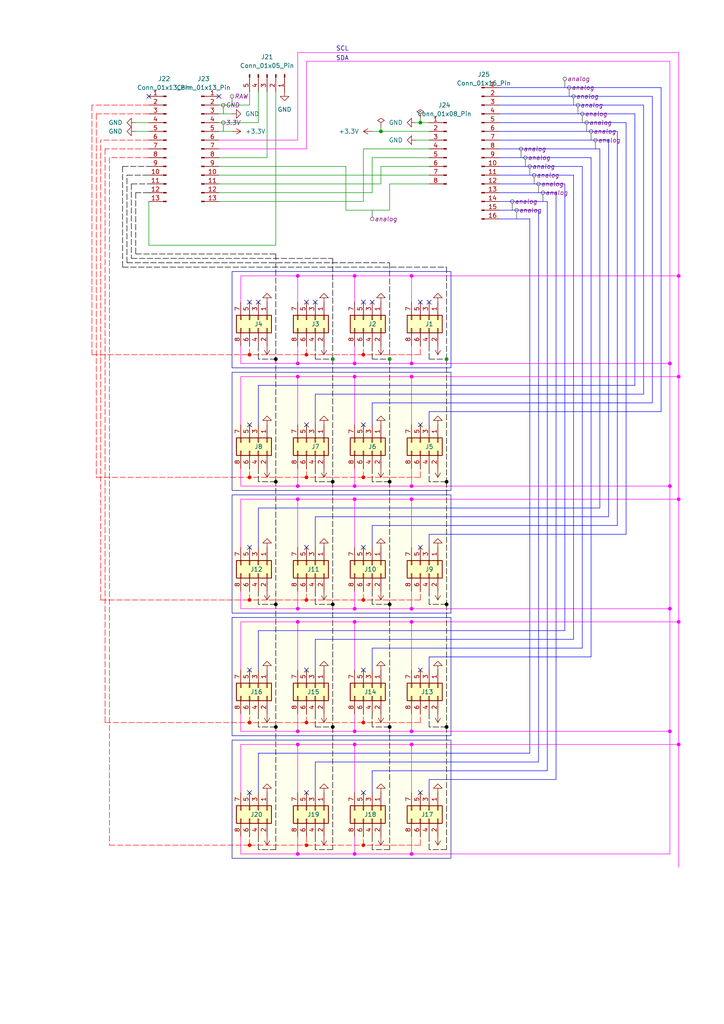
<source format=kicad_sch>
(kicad_sch (version 20231120) (generator "eeschema") (generator_version "8.0")
  (paper "A4" portrait)
  (junction (at 102.87 212.09) (color 255 0 255 1))
  (junction (at 194.31 176.53) (color 255 0 255 1))
  (junction (at 129.54 175.26) (color 0 0 0 1))
  (junction (at 119.38 215.9) (color 255 0 255 1))
  (junction (at 96.52 210.82) (color 0 0 0 1))
  (junction (at 72.39 209.55) (color 255 0 0 1))
  (junction (at 119.38 140.97) (color 255 0 255 1))
  (junction (at 129.54 104.14))
  (junction (at 105.41 209.55) (color 255 0 0 1))
  (junction (at 194.31 105.41) (color 255 0 255 1))
  (junction (at 96.52 139.7) (color 0 0 0 1))
  (junction (at 96.52 104.14))
  (junction (at 102.87 140.97) (color 255 0 255 1))
  (junction (at 102.87 176.53) (color 255 0 255 1))
  (junction (at 129.54 139.7) (color 0 0 0 1))
  (junction (at 88.9 138.43) (color 255 0 0 1))
  (junction (at 105.41 102.87) (color 255 0 0 1))
  (junction (at 86.36 105.41) (color 255 0 255 1))
  (junction (at 196.85 144.78) (color 255 0 255 1))
  (junction (at 196.85 109.22) (color 255 0 255 1))
  (junction (at 88.9 173.99) (color 255 0 0 1))
  (junction (at 72.39 102.87) (color 255 0 0 1))
  (junction (at 72.39 138.43) (color 255 0 0 1))
  (junction (at 119.38 80.01) (color 255 0 255 1))
  (junction (at 102.87 144.78) (color 255 0 255 1))
  (junction (at 110.49 38.1))
  (junction (at 86.36 215.9) (color 255 0 255 1))
  (junction (at 80.01 104.14) (color 0 0 0 1))
  (junction (at 102.87 109.22) (color 255 0 255 1))
  (junction (at 113.03 175.26) (color 0 0 0 1))
  (junction (at 86.36 180.34) (color 255 0 255 1))
  (junction (at 86.36 212.09) (color 255 0 255 1))
  (junction (at 102.87 105.41) (color 255 0 255 1))
  (junction (at 119.38 180.34) (color 255 0 255 1))
  (junction (at 80.01 175.26) (color 0 0 0 1))
  (junction (at 86.36 144.78) (color 255 0 255 1))
  (junction (at 105.41 173.99) (color 255 0 0 1))
  (junction (at 86.36 140.97) (color 255 0 255 1))
  (junction (at 194.31 212.09) (color 255 0 255 1))
  (junction (at 80.01 210.82) (color 0 0 0 1))
  (junction (at 105.41 138.43) (color 255 0 0 1))
  (junction (at 102.87 247.65) (color 255 0 255 1))
  (junction (at 86.36 109.22) (color 255 0 255 1))
  (junction (at 102.87 215.9) (color 255 0 255 1))
  (junction (at 119.38 212.09) (color 255 0 255 1))
  (junction (at 196.85 80.01) (color 255 0 255 1))
  (junction (at 96.52 175.26) (color 0 0 0 1))
  (junction (at 88.9 209.55) (color 255 0 0 1))
  (junction (at 105.41 245.11) (color 255 0 0 1))
  (junction (at 86.36 247.65) (color 255 0 255 1))
  (junction (at 196.85 180.34) (color 255 0 255 1))
  (junction (at 72.39 245.11) (color 255 0 0 1))
  (junction (at 119.38 109.22) (color 255 0 255 1))
  (junction (at 194.31 140.97) (color 255 0 255 1))
  (junction (at 113.03 104.14))
  (junction (at 119.38 105.41) (color 255 0 255 1))
  (junction (at 86.36 176.53) (color 255 0 255 1))
  (junction (at 196.85 215.9) (color 255 0 255 1))
  (junction (at 113.03 210.82) (color 0 0 0 1))
  (junction (at 119.38 144.78) (color 255 0 255 1))
  (junction (at 129.54 210.82) (color 0 0 0 1))
  (junction (at 80.01 139.7) (color 0 0 0 1))
  (junction (at 86.36 80.01) (color 255 0 255 1))
  (junction (at 102.87 80.01) (color 255 0 255 1))
  (junction (at 72.39 173.99) (color 255 0 0 1))
  (junction (at 121.92 35.56))
  (junction (at 102.87 180.34) (color 255 0 255 1))
  (junction (at 88.9 102.87) (color 255 0 0 1))
  (junction (at 113.03 139.7) (color 0 0 0 1))
  (junction (at 88.9 245.11) (color 255 0 0 1))
  (junction (at 119.38 176.53) (color 255 0 255 1))
  (junction (at 119.38 247.65) (color 255 0 255 1))
  (no_connect (at 105.41 194.31))
  (no_connect (at 72.39 87.63))
  (no_connect (at 72.39 229.87))
  (no_connect (at 91.44 87.63))
  (no_connect (at 88.9 229.87))
  (no_connect (at 105.41 158.75))
  (no_connect (at 72.39 123.19))
  (no_connect (at 124.46 87.63))
  (no_connect (at 72.39 194.31))
  (no_connect (at 88.9 194.31))
  (no_connect (at 105.41 87.63))
  (no_connect (at 105.41 123.19))
  (no_connect (at 43.18 27.94))
  (no_connect (at 121.92 229.87))
  (no_connect (at 121.92 123.19))
  (no_connect (at 105.41 229.87))
  (no_connect (at 121.92 158.75))
  (no_connect (at 88.9 87.63))
  (no_connect (at 74.93 87.63))
  (no_connect (at 107.95 87.63))
  (no_connect (at 63.5 27.94))
  (no_connect (at 121.92 194.31))
  (no_connect (at 88.9 123.19))
  (no_connect (at 88.9 158.75))
  (no_connect (at 121.92 87.63))
  (no_connect (at 72.39 158.75))
  (wire (pts (xy 105.41 209.55) (xy 88.9 209.55)) (stroke (width 0) (type dash) (color 255 0 0 1)))
  (wire (pts (xy 69.85 144.78) (xy 69.85 158.75)) (stroke (width 0) (color 255 0 255 1)))
  (wire (pts (xy 74.93 104.14) (xy 74.93 100.33)) (stroke (width 0) (type dash) (color 0 0 0 1)))
  (wire (pts (xy 96.52 74.93) (xy 96.52 104.14)) (stroke (width 0) (type dash) (color 0 0 0 1)))
  (wire (pts (xy 80.01 246.38) (xy 74.93 246.38)) (stroke (width 0) (type dash) (color 0 0 0 1)))
  (wire (pts (xy 176.53 40.64) (xy 176.53 149.86)) (stroke (width 0) (color 0 0 255 1)))
  (wire (pts (xy 119.38 180.34) (xy 196.85 180.34)) (stroke (width 0) (color 255 0 255 1)))
  (wire (pts (xy 119.38 247.65) (xy 194.31 247.65)) (stroke (width 0) (color 255 0 255 1)))
  (wire (pts (xy 144.78 43.18) (xy 173.99 43.18)) (stroke (width 0) (color 0 0 255 1)))
  (wire (pts (xy 69.85 176.53) (xy 69.85 171.45)) (stroke (width 0) (color 255 0 255 1)))
  (wire (pts (xy 88.9 102.87) (xy 72.39 102.87)) (stroke (width 0) (type dash) (color 255 0 0 1)))
  (wire (pts (xy 29.21 173.99) (xy 72.39 173.99)) (stroke (width 0) (type dash) (color 255 0 0 1)))
  (wire (pts (xy 96.52 104.14) (xy 96.52 139.7)) (stroke (width 0) (type dash) (color 0 0 0 1)))
  (wire (pts (xy 102.87 212.09) (xy 119.38 212.09)) (stroke (width 0) (color 255 0 255 1)))
  (wire (pts (xy 119.38 176.53) (xy 119.38 171.45)) (stroke (width 0) (color 255 0 255 1)))
  (wire (pts (xy 86.36 180.34) (xy 102.87 180.34)) (stroke (width 0) (color 255 0 255 1)))
  (wire (pts (xy 86.36 176.53) (xy 86.36 171.45)) (stroke (width 0) (color 255 0 255 1)))
  (wire (pts (xy 110.49 36.83) (xy 110.49 38.1)))
  (wire (pts (xy 43.18 45.72) (xy 31.75 45.72)) (stroke (width 0) (type dash) (color 255 0 0 1)))
  (wire (pts (xy 63.5 53.34) (xy 110.49 53.34)))
  (wire (pts (xy 69.85 140.97) (xy 69.85 135.89)) (stroke (width 0) (color 255 0 255 1)))
  (wire (pts (xy 86.36 144.78) (xy 102.87 144.78)) (stroke (width 0) (color 255 0 255 1)))
  (wire (pts (xy 100.33 48.26) (xy 100.33 60.96)))
  (wire (pts (xy 179.07 38.1) (xy 179.07 152.4)) (stroke (width 0) (color 0 0 255 1)))
  (wire (pts (xy 39.37 55.88) (xy 39.37 73.66)) (stroke (width 0) (type dash) (color 0 0 0 1)))
  (wire (pts (xy 158.75 58.42) (xy 158.75 223.52)) (stroke (width 0) (color 0 0 255 1)))
  (wire (pts (xy 36.83 76.2) (xy 36.83 50.8)) (stroke (width 0) (type dash) (color 0 0 0 1)))
  (wire (pts (xy 144.78 55.88) (xy 161.29 55.88)) (stroke (width 0) (color 0 0 255 1)))
  (wire (pts (xy 102.87 212.09) (xy 102.87 207.01)) (stroke (width 0) (color 255 0 255 1)))
  (wire (pts (xy 144.78 63.5) (xy 153.67 63.5)) (stroke (width 0) (color 0 0 255 1)))
  (wire (pts (xy 80.01 71.12) (xy 80.01 26.67)))
  (wire (pts (xy 102.87 144.78) (xy 119.38 144.78)) (stroke (width 0) (color 255 0 255 1)))
  (wire (pts (xy 189.23 27.94) (xy 189.23 116.84)) (stroke (width 0) (color 0 0 255 1)))
  (wire (pts (xy 100.33 60.96) (xy 113.03 60.96)))
  (wire (pts (xy 88.9 138.43) (xy 72.39 138.43)) (stroke (width 0) (type dash) (color 255 0 0 1)))
  (wire (pts (xy 96.52 210.82) (xy 96.52 246.38)) (stroke (width 0) (type dash) (color 0 0 0 1)))
  (wire (pts (xy 72.39 138.43) (xy 72.39 135.89)) (stroke (width 0) (type dash) (color 255 0 0 1)))
  (wire (pts (xy 102.87 247.65) (xy 119.38 247.65)) (stroke (width 0) (color 255 0 255 1)))
  (wire (pts (xy 86.36 212.09) (xy 86.36 207.01)) (stroke (width 0) (color 255 0 255 1)))
  (wire (pts (xy 39.37 35.56) (xy 43.18 35.56)))
  (wire (pts (xy 121.92 209.55) (xy 105.41 209.55)) (stroke (width 0) (type dash) (color 255 0 0 1)))
  (wire (pts (xy 119.38 80.01) (xy 119.38 87.63)) (stroke (width 0) (color 255 0 255 1)))
  (wire (pts (xy 196.85 15.24) (xy 196.85 80.01)) (stroke (width 0) (color 255 0 255 1)))
  (wire (pts (xy 91.44 149.86) (xy 91.44 158.75)) (stroke (width 0) (color 0 0 255 1)))
  (wire (pts (xy 69.85 105.41) (xy 69.85 100.33)) (stroke (width 0) (color 255 0 255 1)))
  (wire (pts (xy 107.95 45.72) (xy 124.46 45.72)))
  (wire (pts (xy 196.85 215.9) (xy 196.85 251.46)) (stroke (width 0) (color 255 0 255 1)))
  (wire (pts (xy 63.5 50.8) (xy 124.46 50.8)))
  (wire (pts (xy 113.03 104.14) (xy 113.03 139.7)) (stroke (width 0) (type dash) (color 0 0 0 1)))
  (wire (pts (xy 105.41 138.43) (xy 105.41 135.89)) (stroke (width 0) (type dash) (color 255 0 0 1)))
  (wire (pts (xy 105.41 209.55) (xy 105.41 207.01)) (stroke (width 0) (type dash) (color 255 0 0 1)))
  (wire (pts (xy 69.85 87.63) (xy 69.85 80.01)) (stroke (width 0) (color 255 0 255 1)))
  (wire (pts (xy 113.03 210.82) (xy 107.95 210.82)) (stroke (width 0) (type dash) (color 0 0 0 1)))
  (wire (pts (xy 63.5 48.26) (xy 100.33 48.26)))
  (wire (pts (xy 144.78 33.02) (xy 184.15 33.02)) (stroke (width 0) (color 0 0 255 1)))
  (wire (pts (xy 96.52 139.7) (xy 91.44 139.7)) (stroke (width 0) (type dash) (color 0 0 0 1)))
  (wire (pts (xy 107.95 223.52) (xy 158.75 223.52)) (stroke (width 0) (color 0 0 255 1)))
  (wire (pts (xy 119.38 215.9) (xy 196.85 215.9)) (stroke (width 0) (color 255 0 255 1)))
  (wire (pts (xy 88.9 173.99) (xy 88.9 171.45)) (stroke (width 0) (type dash) (color 255 0 0 1)))
  (wire (pts (xy 102.87 105.41) (xy 102.87 100.33)) (stroke (width 0) (color 255 0 255 1)))
  (wire (pts (xy 102.87 176.53) (xy 86.36 176.53)) (stroke (width 0) (color 255 0 255 1)))
  (wire (pts (xy 102.87 80.01) (xy 119.38 80.01)) (stroke (width 0) (color 255 0 255 1)))
  (wire (pts (xy 74.93 229.87) (xy 74.93 218.44)) (stroke (width 0) (color 0 0 255 1)))
  (wire (pts (xy 144.78 35.56) (xy 181.61 35.56)) (stroke (width 0) (color 0 0 255 1)))
  (wire (pts (xy 91.44 185.42) (xy 166.37 185.42)) (stroke (width 0) (color 0 0 255 1)))
  (wire (pts (xy 144.78 48.26) (xy 168.91 48.26)) (stroke (width 0) (color 0 0 255 1)))
  (wire (pts (xy 91.44 175.26) (xy 91.44 171.45)) (stroke (width 0) (type dash) (color 0 0 0 1)))
  (wire (pts (xy 88.9 242.57) (xy 88.9 245.11)) (stroke (width 0) (type dash) (color 255 0 0 1)))
  (wire (pts (xy 129.54 210.82) (xy 124.46 210.82)) (stroke (width 0) (type dash) (color 0 0 0 1)))
  (wire (pts (xy 124.46 104.14) (xy 129.54 104.14)) (stroke (width 0) (type dash) (color 0 0 0 1)))
  (wire (pts (xy 88.9 138.43) (xy 88.9 135.89)) (stroke (width 0) (type dash) (color 255 0 0 1)))
  (wire (pts (xy 196.85 180.34) (xy 196.85 215.9)) (stroke (width 0) (color 255 0 255 1)))
  (wire (pts (xy 43.18 58.42) (xy 43.18 71.12)))
  (wire (pts (xy 63.5 33.02) (xy 67.31 33.02)))
  (wire (pts (xy 86.36 40.64) (xy 86.36 15.24)) (stroke (width 0) (color 255 0 255 1)))
  (wire (pts (xy 96.52 175.26) (xy 96.52 210.82)) (stroke (width 0) (type dash) (color 0 0 0 1)))
  (wire (pts (xy 26.67 102.87) (xy 72.39 102.87)) (stroke (width 0) (type dash) (color 255 0 0 1)))
  (wire (pts (xy 113.03 175.26) (xy 107.95 175.26)) (stroke (width 0) (type dash) (color 0 0 0 1)))
  (wire (pts (xy 80.01 139.7) (xy 80.01 104.14)) (stroke (width 0) (type dash) (color 0 0 0 1)))
  (wire (pts (xy 120.65 40.64) (xy 124.46 40.64)))
  (wire (pts (xy 107.95 194.31) (xy 107.95 187.96)) (stroke (width 0) (color 0 0 255 1)))
  (wire (pts (xy 86.36 105.41) (xy 86.36 100.33)) (stroke (width 0) (color 255 0 255 1)))
  (wire (pts (xy 43.18 30.48) (xy 26.67 30.48)) (stroke (width 0) (type dash) (color 255 0 0 1)))
  (wire (pts (xy 74.93 210.82) (xy 74.93 207.01)) (stroke (width 0) (type dash) (color 0 0 0 1)))
  (wire (pts (xy 166.37 50.8) (xy 166.37 185.42)) (stroke (width 0) (color 0 0 255 1)))
  (wire (pts (xy 102.87 144.78) (xy 102.87 158.75)) (stroke (width 0) (color 255 0 255 1)))
  (wire (pts (xy 113.03 76.2) (xy 113.03 104.14)) (stroke (width 0) (type dash) (color 0 0 0 1)))
  (wire (pts (xy 30.48 43.18) (xy 30.48 209.55)) (stroke (width 0) (type dash) (color 255 0 0 1)))
  (wire (pts (xy 91.44 139.7) (xy 91.44 135.89)) (stroke (width 0) (type dash) (color 0 0 0 1)))
  (wire (pts (xy 102.87 215.9) (xy 119.38 215.9)) (stroke (width 0) (color 255 0 255 1)))
  (wire (pts (xy 129.54 77.47) (xy 129.54 104.14)) (stroke (width 0) (type dash) (color 0 0 0 1)))
  (wire (pts (xy 43.18 40.64) (xy 29.21 40.64)) (stroke (width 0) (type dash) (color 255 0 0 1)))
  (wire (pts (xy 129.54 175.26) (xy 124.46 175.26)) (stroke (width 0) (type dash) (color 0 0 0 1)))
  (wire (pts (xy 72.39 209.55) (xy 72.39 207.01)) (stroke (width 0) (type dash) (color 255 0 0 1)))
  (wire (pts (xy 161.29 55.88) (xy 161.29 226.06)) (stroke (width 0) (color 0 0 255 1)))
  (wire (pts (xy 69.85 247.65) (xy 86.36 247.65)) (stroke (width 0) (color 255 0 255 1)))
  (wire (pts (xy 113.03 175.26) (xy 113.03 210.82)) (stroke (width 0) (type dash) (color 0 0 0 1)))
  (wire (pts (xy 86.36 140.97) (xy 102.87 140.97)) (stroke (width 0) (color 255 0 255 1)))
  (wire (pts (xy 86.36 176.53) (xy 69.85 176.53)) (stroke (width 0) (color 255 0 255 1)))
  (wire (pts (xy 105.41 173.99) (xy 88.9 173.99)) (stroke (width 0) (type dash) (color 255 0 0 1)))
  (wire (pts (xy 179.07 152.4) (xy 107.95 152.4)) (stroke (width 0) (color 0 0 255 1)))
  (wire (pts (xy 119.38 212.09) (xy 119.38 207.01)) (stroke (width 0) (color 255 0 255 1)))
  (wire (pts (xy 129.54 175.26) (xy 129.54 210.82)) (stroke (width 0) (type dash) (color 0 0 0 1)))
  (wire (pts (xy 91.44 194.31) (xy 91.44 185.42)) (stroke (width 0) (color 0 0 255 1)))
  (wire (pts (xy 105.41 173.99) (xy 105.41 171.45)) (stroke (width 0) (type dash) (color 255 0 0 1)))
  (wire (pts (xy 86.36 87.63) (xy 86.36 80.01)) (stroke (width 0) (color 255 0 255 1)))
  (wire (pts (xy 189.23 116.84) (xy 107.95 116.84)) (stroke (width 0) (color 0 0 255 1)))
  (wire (pts (xy 105.41 102.87) (xy 88.9 102.87)) (stroke (width 0) (type dash) (color 255 0 0 1)))
  (wire (pts (xy 124.46 139.7) (xy 124.46 135.89)) (stroke (width 0) (type dash) (color 0 0 0 1)))
  (wire (pts (xy 196.85 144.78) (xy 196.85 180.34)) (stroke (width 0) (color 255 0 255 1)))
  (wire (pts (xy 43.18 43.18) (xy 30.48 43.18)) (stroke (width 0) (type dash) (color 255 0 0 1)))
  (wire (pts (xy 107.95 229.87) (xy 107.95 223.52)) (stroke (width 0) (color 0 0 255 1)))
  (wire (pts (xy 121.92 102.87) (xy 105.41 102.87)) (stroke (width 0) (type dash) (color 255 0 0 1)))
  (wire (pts (xy 113.03 53.34) (xy 124.46 53.34)))
  (wire (pts (xy 194.31 17.78) (xy 194.31 105.41)) (stroke (width 0) (color 255 0 255 1)))
  (wire (pts (xy 191.77 25.4) (xy 191.77 119.38)) (stroke (width 0) (color 0 0 255 1)))
  (wire (pts (xy 144.78 58.42) (xy 158.75 58.42)) (stroke (width 0) (color 0 0 255 1)))
  (wire (pts (xy 91.44 220.98) (xy 91.44 229.87)) (stroke (width 0) (color 0 0 255 1)))
  (wire (pts (xy 102.87 140.97) (xy 119.38 140.97)) (stroke (width 0) (color 255 0 255 1)))
  (wire (pts (xy 105.41 138.43) (xy 88.9 138.43)) (stroke (width 0) (type dash) (color 255 0 0 1)))
  (wire (pts (xy 72.39 245.11) (xy 72.39 242.57)) (stroke (width 0) (type dash) (color 255 0 0 1)))
  (wire (pts (xy 102.87 105.41) (xy 119.38 105.41)) (stroke (width 0) (color 255 0 255 1)))
  (wire (pts (xy 80.01 210.82) (xy 74.93 210.82)) (stroke (width 0) (type dash) (color 0 0 0 1)))
  (wire (pts (xy 124.46 175.26) (xy 124.46 171.45)) (stroke (width 0) (type dash) (color 0 0 0 1)))
  (wire (pts (xy 144.78 50.8) (xy 166.37 50.8)) (stroke (width 0) (color 0 0 255 1)))
  (wire (pts (xy 124.46 229.87) (xy 124.46 226.06)) (stroke (width 0) (color 0 0 255 1)))
  (wire (pts (xy 91.44 114.3) (xy 186.69 114.3)) (stroke (width 0) (color 0 0 255 1)))
  (wire (pts (xy 124.46 104.14) (xy 124.46 100.33)) (stroke (width 0) (type dash) (color 0 0 0 1)))
  (wire (pts (xy 102.87 215.9) (xy 102.87 229.87)) (stroke (width 0) (color 255 0 255 1)))
  (wire (pts (xy 35.56 77.47) (xy 129.54 77.47)) (stroke (width 0) (type dash) (color 0 0 0 1)))
  (wire (pts (xy 173.99 43.18) (xy 173.99 147.32)) (stroke (width 0) (color 0 0 255 1)))
  (wire (pts (xy 69.85 212.09) (xy 86.36 212.09)) (stroke (width 0) (color 255 0 255 1)))
  (wire (pts (xy 69.85 109.22) (xy 86.36 109.22)) (stroke (width 0) (color 255 0 255 1)))
  (wire (pts (xy 96.52 139.7) (xy 96.52 175.26)) (stroke (width 0) (type dash) (color 0 0 0 1)))
  (wire (pts (xy 107.95 116.84) (xy 107.95 123.19)) (stroke (width 0) (color 0 0 255 1)))
  (wire (pts (xy 74.93 139.7) (xy 74.93 135.89)) (stroke (width 0) (type dash) (color 0 0 0 1)))
  (wire (pts (xy 119.38 247.65) (xy 119.38 242.57)) (stroke (width 0) (color 255 0 255 1)))
  (wire (pts (xy 186.69 30.48) (xy 186.69 114.3)) (stroke (width 0) (color 0 0 255 1)))
  (wire (pts (xy 120.65 35.56) (xy 121.92 35.56)))
  (wire (pts (xy 119.38 212.09) (xy 194.31 212.09)) (stroke (width 0) (color 255 0 255 1)))
  (wire (pts (xy 86.36 123.19) (xy 86.36 109.22)) (stroke (width 0) (color 255 0 255 1)))
  (wire (pts (xy 77.47 45.72) (xy 77.47 26.67)))
  (wire (pts (xy 72.39 102.87) (xy 72.39 100.33)) (stroke (width 0) (type dash) (color 255 0 0 1)))
  (wire (pts (xy 96.52 175.26) (xy 91.44 175.26)) (stroke (width 0) (type dash) (color 0 0 0 1)))
  (wire (pts (xy 194.31 176.53) (xy 194.31 212.09)) (stroke (width 0) (color 255 0 255 1)))
  (wire (pts (xy 86.36 15.24) (xy 196.85 15.24)) (stroke (width 0) (color 255 0 255 1)))
  (wire (pts (xy 29.21 173.99) (xy 29.21 40.64)) (stroke (width 0) (type dash) (color 255 0 0 1)))
  (wire (pts (xy 91.44 210.82) (xy 96.52 210.82)) (stroke (width 0) (type dash) (color 0 0 0 1)))
  (wire (pts (xy 86.36 247.65) (xy 102.87 247.65)) (stroke (width 0) (color 255 0 255 1)))
  (wire (pts (xy 69.85 105.41) (xy 86.36 105.41)) (stroke (width 0) (color 255 0 255 1)))
  (wire (pts (xy 121.92 245.11) (xy 121.92 242.57)) (stroke (width 0) (type dash) (color 255 0 0 1)))
  (wire (pts (xy 72.39 30.48) (xy 72.39 26.67)))
  (wire (pts (xy 63.5 58.42) (xy 105.41 58.42)))
  (wire (pts (xy 74.93 147.32) (xy 173.99 147.32)) (stroke (width 0) (color 0 0 255 1)))
  (wire (pts (xy 80.01 246.38) (xy 80.01 210.82)) (stroke (width 0) (type dash) (color 0 0 0 1)))
  (wire (pts (xy 39.37 73.66) (xy 80.01 73.66)) (stroke (width 0) (type dash) (color 0 0 0 1)))
  (wire (pts (xy 124.46 246.38) (xy 124.46 242.57)) (stroke (width 0) (type dash) (color 0 0 0 1)))
  (wire (pts (xy 69.85 180.34) (xy 86.36 180.34)) (stroke (width 0) (color 255 0 255 1)))
  (wire (pts (xy 168.91 187.96) (xy 107.95 187.96)) (stroke (width 0) (color 0 0 255 1)))
  (wire (pts (xy 129.54 246.38) (xy 124.46 246.38)) (stroke (width 0) (type dash) (color 0 0 0 1)))
  (wire (pts (xy 119.38 144.78) (xy 119.38 158.75)) (stroke (width 0) (color 255 0 255 1)))
  (wire (pts (xy 86.36 215.9) (xy 86.36 229.87)) (stroke (width 0) (color 255 0 255 1)))
  (wire (pts (xy 63.5 30.48) (xy 72.39 30.48)))
  (wire (pts (xy 72.39 245.11) (xy 88.9 245.11)) (stroke (width 0) (type dash) (color 255 0 0 1)))
  (wire (pts (xy 63.5 43.18) (xy 88.9 43.18)) (stroke (width 0) (color 255 0 255 1)))
  (wire (pts (xy 102.87 176.53) (xy 102.87 171.45)) (stroke (width 0) (color 255 0 255 1)))
  (wire (pts (xy 119.38 105.41) (xy 194.31 105.41)) (stroke (width 0) (color 255 0 255 1)))
  (wire (pts (xy 86.36 144.78) (xy 86.36 158.75)) (stroke (width 0) (color 255 0 255 1)))
  (wire (pts (xy 129.54 210.82) (xy 129.54 246.38)) (stroke (width 0) (type dash) (color 0 0 0 1)))
  (wire (pts (xy 110.49 38.1) (xy 124.46 38.1)))
  (wire (pts (xy 86.36 105.41) (xy 102.87 105.41)) (stroke (width 0) (color 255 0 255 1)))
  (wire (pts (xy 38.1 74.93) (xy 96.52 74.93)) (stroke (width 0) (type dash) (color 0 0 0 1)))
  (wire (pts (xy 74.93 194.31) (xy 74.93 182.88)) (stroke (width 0) (color 0 0 255 1)))
  (wire (pts (xy 102.87 87.63) (xy 102.87 80.01)) (stroke (width 0) (color 255 0 255 1)))
  (wire (pts (xy 88.9 173.99) (xy 72.39 173.99)) (stroke (width 0) (type dash) (color 255 0 0 1)))
  (wire (pts (xy 119.38 215.9) (xy 119.38 229.87)) (stroke (width 0) (color 255 0 255 1)))
  (wire (pts (xy 36.83 50.8) (xy 43.18 50.8)) (stroke (width 0) (type dash) (color 0 0 0 1)))
  (wire (pts (xy 107.95 175.26) (xy 107.95 171.45)) (stroke (width 0) (type dash) (color 0 0 0 1)))
  (wire (pts (xy 119.38 140.97) (xy 119.38 135.89)) (stroke (width 0) (color 255 0 255 1)))
  (wire (pts (xy 144.78 45.72) (xy 171.45 45.72)) (stroke (width 0) (color 0 0 255 1)))
  (wire (pts (xy 102.87 140.97) (xy 102.87 135.89)) (stroke (width 0) (color 255 0 255 1)))
  (wire (pts (xy 121.92 173.99) (xy 105.41 173.99)) (stroke (width 0) (type dash) (color 255 0 0 1)))
  (wire (pts (xy 63.5 55.88) (xy 107.95 55.88)))
  (wire (pts (xy 102.87 180.34) (xy 102.87 194.31)) (stroke (width 0) (color 255 0 255 1)))
  (wire (pts (xy 63.5 45.72) (xy 77.47 45.72)))
  (wire (pts (xy 86.36 109.22) (xy 102.87 109.22)) (stroke (width 0) (color 255 0 255 1)))
  (wire (pts (xy 88.9 17.78) (xy 194.31 17.78)) (stroke (width 0) (color 255 0 255 1)))
  (wire (pts (xy 27.94 138.43) (xy 72.39 138.43)) (stroke (width 0) (type dash) (color 255 0 0 1)))
  (wire (pts (xy 144.78 30.48) (xy 186.69 30.48)) (stroke (width 0) (color 0 0 255 1)))
  (wire (pts (xy 121.92 102.87) (xy 121.92 100.33)) (stroke (width 0) (type dash) (color 255 0 0 1)))
  (wire (pts (xy 102.87 247.65) (xy 102.87 242.57)) (stroke (width 0) (color 255 0 255 1)))
  (wire (pts (xy 80.01 210.82) (xy 80.01 175.26)) (stroke (width 0) (type dash) (color 0 0 0 1)))
  (wire (pts (xy 69.85 180.34) (xy 69.85 194.31)) (stroke (width 0) (color 255 0 255 1)))
  (wire (pts (xy 153.67 218.44) (xy 74.93 218.44)) (stroke (width 0) (color 0 0 255 1)))
  (wire (pts (xy 69.85 215.9) (xy 69.85 229.87)) (stroke (width 0) (color 255 0 255 1)))
  (wire (pts (xy 119.38 109.22) (xy 196.85 109.22)) (stroke (width 0) (color 255 0 255 1)))
  (wire (pts (xy 38.1 53.34) (xy 43.18 53.34)) (stroke (width 0) (type dash) (color 0 0 0 1)))
  (wire (pts (xy 121.92 173.99) (xy 121.92 171.45)) (stroke (width 0) (type dash) (color 255 0 0 1)))
  (wire (pts (xy 80.01 139.7) (xy 74.93 139.7)) (stroke (width 0) (type dash) (color 0 0 0 1)))
  (wire (pts (xy 63.5 35.56) (xy 74.93 35.56)))
  (wire (pts (xy 88.9 245.11) (xy 105.41 245.11)) (stroke (width 0) (type dash) (color 255 0 0 1)))
  (wire (pts (xy 194.31 212.09) (xy 194.31 247.65)) (stroke (width 0) (color 255 0 255 1)))
  (wire (pts (xy 80.01 175.26) (xy 74.93 175.26)) (stroke (width 0) (type dash) (color 0 0 0 1)))
  (wire (pts (xy 88.9 209.55) (xy 88.9 207.01)) (stroke (width 0) (type dash) (color 255 0 0 1)))
  (wire (pts (xy 91.44 104.14) (xy 96.52 104.14)) (stroke (width 0) (type dash) (color 0 0 0 1)))
  (wire (pts (xy 86.36 212.09) (xy 102.87 212.09)) (stroke (width 0) (color 255 0 255 1)))
  (wire (pts (xy 156.21 60.96) (xy 156.21 220.98)) (stroke (width 0) (color 0 0 255 1)))
  (wire (pts (xy 105.41 58.42) (xy 105.41 43.18)))
  (wire (pts (xy 163.83 182.88) (xy 74.93 182.88)) (stroke (width 0) (color 0 0 255 1)))
  (wire (pts (xy 91.44 114.3) (xy 91.44 123.19)) (stroke (width 0) (color 0 0 255 1)))
  (wire (pts (xy 107.95 38.1) (xy 110.49 38.1)))
  (wire (pts (xy 144.78 53.34) (xy 163.83 53.34)) (stroke (width 0) (color 0 0 255 1)))
  (wire (pts (xy 124.46 154.94) (xy 124.46 158.75)) (stroke (width 0) (color 0 0 255 1)))
  (wire (pts (xy 74.93 175.26) (xy 74.93 171.45)) (stroke (width 0) (type dash) (color 0 0 0 1)))
  (wire (pts (xy 80.01 175.26) (xy 80.01 139.7)) (stroke (width 0) (type dash) (color 0 0 0 1)))
  (wire (pts (xy 107.95 104.14) (xy 107.95 100.33)) (stroke (width 0) (type dash) (color 0 0 0 1)))
  (wire (pts (xy 31.75 45.72) (xy 31.75 245.11)) (stroke (width 0) (type dash) (color 255 0 0 1)))
  (wire (pts (xy 26.67 30.48) (xy 26.67 102.87)) (stroke (width 0) (type dash) (color 255 0 0 1)))
  (wire (pts (xy 80.01 104.14) (xy 74.93 104.14)) (stroke (width 0) (type dash) (color 0 0 0 1)))
  (wire (pts (xy 113.03 139.7) (xy 107.95 139.7)) (stroke (width 0) (type dash) (color 0 0 0 1)))
  (wire (pts (xy 105.41 43.18) (xy 124.46 43.18)))
  (wire (pts (xy 35.56 48.26) (xy 43.18 48.26)) (stroke (width 0) (type dash) (color 0 0 0 1)))
  (wire (pts (xy 74.93 147.32) (xy 74.93 158.75)) (stroke (width 0) (color 0 0 255 1)))
  (wire (pts (xy 102.87 180.34) (xy 119.38 180.34)) (stroke (width 0) (color 255 0 255 1)))
  (wire (pts (xy 107.95 104.14) (xy 113.03 104.14)) (stroke (width 0) (type dash) (color 0 0 0 1)))
  (wire (pts (xy 88.9 209.55) (xy 72.39 209.55)) (stroke (width 0) (type dash) (color 255 0 0 1)))
  (wire (pts (xy 43.18 55.88) (xy 39.37 55.88)) (stroke (width 0) (type dash) (color 0 0 0 1)))
  (wire (pts (xy 110.49 48.26) (xy 124.46 48.26)))
  (wire (pts (xy 144.78 25.4) (xy 191.77 25.4)) (stroke (width 0) (color 0 0 255 1)))
  (wire (pts (xy 72.39 173.99) (xy 72.39 171.45)) (stroke (width 0) (type dash) (color 255 0 0 1)))
  (wire (pts (xy 69.85 215.9) (xy 86.36 215.9)) (stroke (width 0) (color 255 0 255 1)))
  (wire (pts (xy 107.95 210.82) (xy 107.95 207.01)) (stroke (width 0) (type dash) (color 0 0 0 1)))
  (wire (pts (xy 35.56 48.26) (xy 35.56 77.47)) (stroke (width 0) (type dash) (color 0 0 0 1)))
  (wire (pts (xy 124.46 190.5) (xy 171.45 190.5)) (stroke (width 0) (color 0 0 255 1)))
  (wire (pts (xy 121.92 35.56) (xy 124.46 35.56)))
  (wire (pts (xy 113.03 60.96) (xy 113.03 53.34)))
  (wire (pts (xy 69.85 123.19) (xy 69.85 109.22)) (stroke (width 0) (color 255 0 255 1)))
  (wire (pts (xy 129.54 139.7) (xy 124.46 139.7)) (stroke (width 0) (type dash) (color 0 0 0 1)))
  (wire (pts (xy 105.41 102.87) (xy 105.41 100.33)) (stroke (width 0) (type dash) (color 255 0 0 1)))
  (wire (pts (xy 91.44 104.14) (xy 91.44 100.33)) (stroke (width 0) (type dash) (color 0 0 0 1)))
  (wire (pts (xy 119.38 140.97) (xy 194.31 140.97)) (stroke (width 0) (color 255 0 255 1)))
  (wire (pts (xy 86.36 180.34) (xy 86.36 194.31)) (stroke (width 0) (color 255 0 255 1)))
  (wire (pts (xy 91.44 246.38) (xy 91.44 242.57)) (stroke (width 0) (type dash) (color 0 0 0 1)))
  (wire (pts (xy 124.46 119.38) (xy 124.46 123.19)) (stroke (width 0) (color 0 0 255 1)))
  (wire (pts (xy 196.85 109.22) (xy 196.85 144.78)) (stroke (width 0) (color 255 0 255 1)))
  (wire (pts (xy 107.95 152.4) (xy 107.95 158.75)) (stroke (width 0) (color 0 0 255 1)))
  (wire (pts (xy 69.85 144.78) (xy 86.36 144.78)) (stroke (width 0) (color 255 0 255 1)))
  (wire (pts (xy 171.45 45.72) (xy 171.45 190.5)) (stroke (width 0) (color 0 0 255 1)))
  (wire (pts (xy 121.92 245.11) (xy 105.41 245.11)) (stroke (width 0) (type dash) (color 255 0 0 1)))
  (wire (pts (xy 80.01 73.66) (xy 80.01 104.14)) (stroke (width 0) (type dash) (color 0 0 0 1)))
  (wire (pts (xy 194.31 140.97) (xy 194.31 176.53)) (stroke (width 0) (color 255 0 255 1)))
  (wire (pts (xy 119.38 144.78) (xy 196.85 144.78)) (stroke (width 0) (color 255 0 255 1)))
  (wire (pts (xy 36.83 76.2) (xy 113.03 76.2)) (stroke (width 0) (type dash) (color 0 0 0 1)))
  (wire (pts (xy 119.38 176.53) (xy 102.87 176.53)) (stroke (width 0) (color 255 0 255 1)))
  (wire (pts (xy 144.78 27.94) (xy 189.23 27.94)) (stroke (width 0) (color 0 0 255 1)))
  (wire (pts (xy 113.03 139.7) (xy 113.03 175.26)) (stroke (width 0) (type dash) (color 0 0 0 1)))
  (wire (pts (xy 107.95 139.7) (xy 107.95 135.89)) (stroke (width 0) (type dash) (color 0 0 0 1)))
  (wire (pts (xy 63.5 40.64) (xy 86.36 40.64)) (stroke (width 0) (color 255 0 255 1)))
  (wire (pts (xy 144.78 40.64) (xy 176.53 40.64)) (stroke (width 0) (color 0 0 255 1)))
  (wire (pts (xy 88.9 43.18) (xy 88.9 17.78)) (stroke (width 0) (color 255 0 255 1)))
  (wire (pts (xy 102.87 123.19) (xy 102.87 109.22)) (stroke (width 0) (color 255 0 255 1)))
  (wire (pts (xy 121.92 209.55) (xy 121.92 207.01)) (stroke (width 0) (type dash) (color 255 0 0 1)))
  (wire (pts (xy 31.75 245.11) (xy 72.39 245.11)) (stroke (width 0) (type dash) (color 255 0 0 1)))
  (wire (pts (xy 38.1 53.34) (xy 38.1 74.93)) (stroke (width 0) (type dash) (color 0 0 0 1)))
  (wire (pts (xy 196.85 80.01) (xy 196.85 109.22)) (stroke (width 0) (color 255 0 255 1)))
  (wire (pts (xy 191.77 119.38) (xy 124.46 119.38)) (stroke (width 0) (color 0 0 255 1)))
  (wire (pts (xy 129.54 139.7) (xy 129.54 175.26)) (stroke (width 0) (type dash) (color 0 0 0 1)))
  (wire (pts (xy 105.41 245.11) (xy 105.41 242.57)) (stroke (width 0) (type dash) (color 255 0 0 1)))
  (wire (pts (xy 110.49 53.34) (xy 110.49 48.26)))
  (wire (pts (xy 168.91 48.26) (xy 168.91 187.96)) (stroke (width 0) (color 0 0 255 1)))
  (wire (pts (xy 119.38 109.22) (xy 119.38 123.19)) (stroke (width 0) (color 255 0 255 1)))
  (wire (pts (xy 121.92 34.29) (xy 121.92 35.56)))
  (wire (pts (xy 113.03 210.82) (xy 113.03 246.38)) (stroke (width 0) (type dash) (color 0 0 0 1)))
  (wire (pts (xy 63.5 38.1) (xy 67.31 38.1)))
  (wire (pts (xy 113.03 246.38) (xy 107.95 246.38)) (stroke (width 0) (type dash) (color 0 0 0 1)))
  (wire (pts (xy 86.36 80.01) (xy 102.87 80.01)) (stroke (width 0) (color 255 0 255 1)))
  (wire (pts (xy 119.38 105.41) (xy 119.38 100.33)) (stroke (width 0) (color 255 0 255 1)))
  (wire (pts (xy 161.29 226.06) (xy 124.46 226.06)) (stroke (width 0) (color 0 0 255 1)))
  (wire (pts (xy 74.93 246.38) (xy 74.93 242.57)) (stroke (width 0) (type dash) (color 0 0 0 1)))
  (wire (pts (xy 102.87 109.22) (xy 119.38 109.22)) (stroke (width 0) (color 255 0 255 1)))
  (wire (pts (xy 74.93 111.76) (xy 184.15 111.76)) (stroke (width 0) (color 0 0 255 1)))
  (wire (pts (xy 91.44 210.82) (xy 91.44 207.01)) (stroke (width 0) (type dash) (color 0 0 0 1)))
  (wire (pts (xy 119.38 176.53) (xy 194.31 176.53)) (stroke (width 0) (color 255 0 255 1)))
  (wire (pts (xy 121.92 138.43) (xy 121.92 135.89)) (stroke (width 0) (type dash) (color 255 0 0 1)))
  (wire (pts (xy 153.67 63.5) (xy 153.67 218.44)) (stroke (width 0) (color 0 0 255 1)))
  (wire (pts (xy 69.85 80.01) (xy 86.36 80.01)) (stroke (width 0) (color 255 0 255 1)))
  (wire (pts (xy 86.36 242.57) (xy 86.36 247.65)) (stroke (width 0) (color 255 0 255 1)))
  (wire (pts (xy 91.44 149.86) (xy 176.53 149.86)) (stroke (width 0) (color 0 0 255 1)))
  (wire (pts (xy 144.78 38.1) (xy 179.07 38.1)) (stroke (width 0) (color 0 0 255 1)))
  (wire (pts (xy 69.85 140.97) (xy 86.36 140.97)) (stroke (width 0) (color 255 0 255 1)))
  (wire (pts (xy 119.38 80.01) (xy 196.85 80.01)) (stroke (width 0) (color 255 0 255 1)))
  (wire (pts (xy 30.48 209.55) (xy 72.39 209.55)) (stroke (width 0) (type dash) (color 255 0 0 1)))
  (wire (pts (xy 86.36 140.97) (xy 86.36 135.89)) (stroke (width 0) (color 255 0 255 1)))
  (wire (pts (xy 129.54 104.14) (xy 129.54 139.7)) (stroke (width 0) (type dash) (color 0 0 0 1)))
  (wire (pts (xy 86.36 215.9) (xy 102.87 215.9)) (stroke (width 0) (color 255 0 255 1)))
  (wire (pts (xy 163.83 53.34) (xy 163.83 182.88)) (stroke (width 0) (color 0 0 255 1)))
  (wire (pts (xy 43.18 71.12) (xy 80.01 71.12)))
  (wire (pts (xy 181.61 154.94) (xy 124.46 154.94)) (stroke (width 0) (color 0 0 255 1)))
  (wire (pts (xy 88.9 102.87) (xy 88.9 100.33)) (stroke (width 0) (type dash) (color 255 0 0 1)))
  (wire (pts (xy 121.92 138.43) (xy 105.41 138.43)) (stroke (width 0) (type dash) (color 255 0 0 1)))
  (wire (pts (xy 124.46 210.82) (xy 124.46 207.01)) (stroke (width 0) (type dash) (color 0 0 0 1)))
  (wire (pts (xy 194.31 105.41) (xy 194.31 140.97)) (stroke (width 0) (color 255 0 255 1)))
  (wire (pts (xy 91.44 220.98) (xy 156.21 220.98)) (stroke (width 0) (color 0 0 255 1)))
  (wire (pts (xy 27.94 33.02) (xy 27.94 138.43)) (stroke (width 0) (type dash) (color 255 0 0 1)))
  (wire (pts (xy 43.18 33.02) (xy 27.94 33.02)) (stroke (width 0) (type dash) (color 255 0 0 1)))
  (wire (pts (xy 96.52 246.38) (xy 91.44 246.38)) (stroke (width 0) (type dash) (color 0 0 0 1)))
  (wire (pts (xy 107.95 246.38) (xy 107.95 242.57)) (stroke (width 0) (type dash) (color 0 0 0 1)))
  (wire (pts (xy 69.85 247.65) (xy 69.85 242.57)) (stroke (width 0) (color 255 0 255 1)))
  (wire (pts (xy 74.93 111.76) (xy 74.93 123.19)) (stroke (width 0) (color 0 0 255 1)))
  (wire (pts (xy 107.95 55.88) (xy 107.95 45.72)))
  (wire (pts (xy 39.37 38.1) (xy 43.18 38.1)))
  (wire (pts (xy 144.78 60.96) (xy 156.21 60.96)) (stroke (width 0) (color 0 0 255 1)))
  (wire (pts (xy 69.85 212.09) (xy 69.85 207.01)) (stroke (width 0) (color 255 0 255 1)))
  (wire (pts (xy 119.38 180.34) (xy 119.38 194.31)) (stroke (width 0) (color 255 0 255 1)))
  (wire (pts (xy 124.46 194.31) (xy 124.46 190.5)) (stroke (width 0) (color 0 0 255 1)))
  (wire (pts (xy 74.93 35.56) (xy 74.93 26.67)))
  (wire (pts (xy 184.15 33.02) (xy 184.15 111.76)) (stroke (width 0) (color 0 0 255 1)))
  (wire (pts (xy 181.61 35.56) (xy 181.61 154.94)) (stroke (width 0) (color 0 0 255 1)))
  (rectangle (start 130.81 142.24) (end 67.31 107.95) (fill (type color) (color 255 255 194 0.3)))
  (rectangle (start 130.81 213.36) (end 67.31 179.07) (fill (type color) (color 255 255 194 0.3)))
  (rectangle (start 67.31 214.63) (end 130.81 248.92) (fill (type color) (color 255 255 194 0.3)))
  (rectangle (start 67.31 78.74) (end 130.81 106.68))
  (rectangle (start 130.81 177.8) (end 67.31 143.51) (fill (type color) (color 255 255 194 0.3)))
  (text "SCL" (at 99.314 14.224 0) (effects (font (size 1.27 1.27))))
  (text "SDA" (at 99.314 17.018 0) (effects (font (size 1.27 1.27))))
  (netclass_flag "" (length 2.54) (shape round) (at 167.64 33.02 0) (property "Netclass" "analog" (at 168.3385 30.48 0) (effects (font (italic yes)) (justify left))))
  (netclass_flag "" (length 2.54) (shape round) (at 156.21 55.88 0) (property "Netclass" "analog" (at 156.9085 53.34 0) (effects (font (italic yes)) (justify left))))
  (netclass_flag "" (length 2.54) (shape round) (at 107.95 60.96 180) (property "Netclass" "analog" (at 108.6485 63.5 0) (effects (font (italic yes)) (justify left))))
  (netclass_flag "" (length 2.54) (shape round) (at 165.1 27.94 0) (property "Netclass" "analog" (at 165.7985 25.4 0) (effects (font (italic yes)) (justify left))))
  (netclass_flag "" (length 2.54) (shape round) (at 151.13 45.72 0) (property "Netclass" "analog" (at 151.8285 43.18 0) (effects (font (italic yes)) (justify left))))
  (netclass_flag "" (length 2.54) (shape round) (at 170.18 38.1 0) (property "Netclass" "analog" (at 170.8785 35.56 0) (effects (font (italic yes)) (justify left))))
  (netclass_flag "" (length 2.54) (shape round) (at 171.45 40.64 0) (property "Netclass" "analog" (at 172.1485 38.1 0) (effects (font (italic yes)) (justify left))))
  (netclass_flag "" (length 2.54) (shape round) (at 67.31 30.48 0) (property "Netclass" "RAW" (at 68.0085 27.94 0) (effects (font (italic yes)) (justify left))))
  (netclass_flag "" (length 2.54) (shape round) (at 152.4 48.26 0) (property "Netclass" "analog" (at 153.0985 45.72 0) (effects (font (italic yes)) (justify left))))
  (netclass_flag "" (length 2.54) (shape round) (at 64.77 38.1 0) (property "Netclass" "3.3V" (at 65.4685 35.56 0) (effects (font (italic yes)) (justify left))))
  (netclass_flag "" (length 2.54) (shape round) (at 168.91 35.56 0) (property "Netclass" "analog" (at 169.6085 33.02 0) (effects (font (italic yes)) (justify left))))
  (netclass_flag "" (length 2.54) (shape round) (at 166.37 30.48 0) (property "Netclass" "analog" (at 167.0685 27.94 0) (effects (font (italic yes)) (justify left))))
  (netclass_flag "" (length 2.54) (shape round) (at 172.72 43.18 0) (property "Netclass" "analog" (at 173.4185 40.64 0) (effects (font (italic yes)) (justify left))))
  (netclass_flag "" (length 2.54) (shape round) (at 154.94 53.34 0) (property "Netclass" "analog" (at 155.6385 50.8 0) (effects (font (italic yes)) (justify left))))
  (netclass_flag "" (length 2.54) (shape round) (at 163.83 25.4 0) (property "Netclass" "analog" (at 164.5285 22.86 0) (effects (font (italic yes)) (justify left))))
  (netclass_flag "" (length 2.54) (shape round) (at 157.48 58.42 0) (property "Netclass" "analog" (at 158.1785 55.88 0) (effects (font (italic yes)) (justify left))))
  (netclass_flag "" (length 2.54) (shape round) (at 149.86 63.5 0) (property "Netclass" "analog" (at 150.5585 60.96 0) (effects (font (italic yes)) (justify left))))
  (netclass_flag "" (length 2.54) (shape round) (at 64.77 33.02 0) (property "Netclass" "GND" (at 65.4685 30.48 0) (effects (font (italic yes)) (justify left))))
  (netclass_flag "" (length 2.54) (shape round) (at 153.67 50.8 0) (property "Netclass" "analog" (at 154.3685 48.26 0) (effects (font (italic yes)) (justify left))))
  (netclass_flag "" (length 2.54) (shape round) (at 148.59 60.96 0) (property "Netclass" "analog" (at 149.2885 58.42 0) (effects (font (italic yes)) (justify left))))
  (symbol (lib_id "power:+3.3V") (at 110.49 135.89 180) (unit 1)
    (property "Reference" "#PWR014" (effects (hide yes)))
    (property "Value" "+3.3V" (effects (hide yes)))
  )
  (symbol (lib_id "power:+3.3V") (at 93.98 100.33 180) (unit 1)
    (property "Reference" "#PWR08" (effects (hide yes)))
    (property "Value" "+3.3V" (effects (hide yes)))
  )
  (symbol (lib_id "power:GND") (at 39.37 35.56 270) (unit 1)
    (property "Reference" "#PWR045" (effects (hide yes)))
    (property "Value" "GND" (at 35.56 35.56 90) (effects (justify right)))
  )
  (symbol (lib_id "Connector_Generic:Conn_02x04_Odd_Even") (at 107.95 199.39 270) (unit 1)
    (property "Reference" "J14" (at 109.22 200.66 90) (effects (justify right)))
    (property "Value" "Conn_02x04_Odd_Even" (effects (hide yes)))
    (property "Footprint" "Connector_PinHeader_2.54mm:PinHeader_2x04_P2.54mm_Vertical" (effects (hide yes)))
  )
  (symbol (lib_id "power:GND") (at 110.49 229.87 180) (unit 1)
    (property "Reference" "#PWR039" (effects (hide yes)))
    (property "Value" "GND" (effects (hide yes)))
  )
  (symbol (lib_id "Connector_Generic:Conn_02x04_Odd_Even") (at 107.95 128.27 270) (unit 1)
    (property "Reference" "J6" (at 109.22 129.54 90) (effects (justify right)))
    (property "Value" "Conn_02x04_Odd_Even" (effects (hide yes)))
    (property "Footprint" "Connector_PinHeader_2.54mm:PinHeader_2x04_P2.54mm_Vertical" (effects (hide yes)))
  )
  (symbol (lib_id "power:GND") (at 93.98 158.75 180) (unit 1)
    (property "Reference" "#PWR025" (effects (hide yes)))
    (property "Value" "GND" (effects (hide yes)))
  )
  (symbol (lib_id "power:+3.3V") (at 110.49 207.01 180) (unit 1)
    (property "Reference" "#PWR030" (effects (hide yes)))
    (property "Value" "+3.3V" (effects (hide yes)))
  )
  (symbol (lib_id "power:GND") (at 127 194.31 180) (unit 1)
    (property "Reference" "#PWR029" (effects (hide yes)))
    (property "Value" "GND" (effects (hide yes)))
  )
  (symbol (lib_id "power:+3.3V") (at 110.49 100.33 180) (unit 1)
    (property "Reference" "#PWR06" (effects (hide yes)))
    (property "Value" "+3.3V" (effects (hide yes)))
  )
  (symbol (lib_id "power:PWR_FLAG") (at 110.49 36.83 0) (unit 1)
    (property "Reference" "#FLG02" (effects (hide yes)))
    (property "Value" "PWR_FLAG" (effects (hide yes)))
  )
  (symbol (lib_id "power:+3.3V") (at 77.47 100.33 180) (unit 1)
    (property "Reference" "#PWR010" (effects (hide yes)))
    (property "Value" "+3.3V" (effects (hide yes)))
  )
  (symbol (lib_id "power:GND") (at 120.65 35.56 270) (unit 1)
    (property "Reference" "#PWR016" (effects (hide yes)))
    (property "Value" "GND" (at 116.84 35.56 90) (effects (justify right)))
  )
  (symbol (lib_id "power:+3.3V") (at 107.95 38.1 90) (unit 1)
    (property "Reference" "#PWR026" (effects (hide yes)))
    (property "Value" "+3.3V" (at 104.14 38.1 90) (effects (justify left)))
  )
  (symbol (lib_id "Connector_Generic:Conn_02x04_Odd_Even") (at 107.95 163.83 270) (unit 1)
    (property "Reference" "J10" (at 109.22 165.1 90) (effects (justify right)))
    (property "Value" "Conn_02x04_Odd_Even" (effects (hide yes)))
    (property "Footprint" "Connector_PinHeader_2.54mm:PinHeader_2x04_P2.54mm_Vertical" (effects (hide yes)))
  )
  (symbol (lib_id "power:GND") (at 110.49 123.19 180) (unit 1)
    (property "Reference" "#PWR015" (effects (hide yes)))
    (property "Value" "GND" (effects (hide yes)))
  )
  (symbol (lib_id "Connector_Generic:Conn_02x04_Odd_Even") (at 124.46 128.27 270) (unit 1)
    (property "Reference" "J5" (at 125.73 129.54 90) (effects (justify right)))
    (property "Value" "Conn_02x04_Odd_Even" (effects (hide yes)))
    (property "Footprint" "Connector_PinHeader_2.54mm:PinHeader_2x04_P2.54mm_Vertical" (effects (hide yes)))
  )
  (symbol (lib_id "Connector_Generic:Conn_02x04_Odd_Even") (at 74.93 163.83 270) (unit 1)
    (property "Reference" "J12" (at 76.2 165.1 90) (effects (justify right)))
    (property "Value" "Conn_02x04_Odd_Even" (effects (hide yes)))
    (property "Footprint" "Connector_PinHeader_2.54mm:PinHeader_2x04_P2.54mm_Vertical" (effects (hide yes)))
  )
  (symbol (lib_id "power:GND") (at 67.31 33.02 90) (unit 1)
    (property "Reference" "#PWR046" (effects (hide yes)))
    (property "Value" "GND" (at 71.12 33.02 90) (effects (justify right)))
  )
  (symbol (lib_id "Connector_Generic:Conn_02x04_Odd_Even") (at 74.93 234.95 270) (unit 1)
    (property "Reference" "J20" (at 76.2 236.22 90) (effects (justify right)))
    (property "Value" "Conn_02x04_Odd_Even" (effects (hide yes)))
    (property "Footprint" "Connector_PinHeader_2.54mm:PinHeader_2x04_P2.54mm_Vertical" (effects (hide yes)))
  )
  (symbol (lib_id "Connector_Generic:Conn_02x04_Odd_Even") (at 74.93 92.71 270) (unit 1)
    (property "Reference" "J4" (at 76.2 93.98 90) (effects (justify right)))
    (property "Value" "Conn_02x04_Odd_Even" (effects (hide yes)))
    (property "Footprint" "Connector_PinHeader_2.54mm:PinHeader_2x04_P2.54mm_Vertical" (effects (hide yes)))
  )
  (symbol (lib_id "Connector:Conn_01x05_Pin") (at 77.47 21.59 270) (unit 1)
    (property "Reference" "J21" (at 77.47 16.51 90))
    (property "Value" "Conn_01x05_Pin" (at 77.47 19.05 90))
    (property "Footprint" "Connector_PinHeader_2.54mm:PinHeader_1x05_P2.54mm_Vertical" (effects (hide yes)))
  )
  (symbol (lib_id "power:+3.3V") (at 77.47 207.01 180) (unit 1)
    (property "Reference" "#PWR034" (effects (hide yes)))
    (property "Value" "+3.3V" (effects (hide yes)))
  )
  (symbol (lib_id "power:+3.3V") (at 127 207.01 180) (unit 1)
    (property "Reference" "#PWR028" (effects (hide yes)))
    (property "Value" "+3.3V" (effects (hide yes)))
  )
  (symbol (lib_id "power:+3.3V") (at 110.49 171.45 180) (unit 1)
    (property "Reference" "#PWR022" (effects (hide yes)))
    (property "Value" "+3.3V" (effects (hide yes)))
  )
  (symbol (lib_id "power:GND") (at 120.65 40.64 270) (unit 1)
    (property "Reference" "#PWR011" (effects (hide yes)))
    (property "Value" "GND" (at 116.84 40.64 90) (effects (justify right)))
  )
  (symbol (lib_id "power:GND") (at 110.49 194.31 180) (unit 1)
    (property "Reference" "#PWR031" (effects (hide yes)))
    (property "Value" "GND" (effects (hide yes)))
  )
  (symbol (lib_id "power:GND") (at 77.47 87.63 180) (unit 1)
    (property "Reference" "#PWR05" (effects (hide yes)))
    (property "Value" "GND" (effects (hide yes)))
  )
  (symbol (lib_id "power:+3.3V") (at 93.98 207.01 180) (unit 1)
    (property "Reference" "#PWR032" (effects (hide yes)))
    (property "Value" "+3.3V" (effects (hide yes)))
  )
  (symbol (lib_id "Connector_Generic:Conn_02x04_Odd_Even") (at 124.46 92.71 270) (unit 1)
    (property "Reference" "J1" (at 125.73 93.98 90) (effects (justify right)))
    (property "Value" "Conn_02x04_Odd_Even" (effects (hide yes)))
    (property "Footprint" "Connector_PinHeader_2.54mm:PinHeader_2x04_P2.54mm_Vertical" (effects (hide yes)))
  )
  (symbol (lib_id "power:GND") (at 127 123.19 180) (unit 1)
    (property "Reference" "#PWR013" (effects (hide yes)))
    (property "Value" "GND" (effects (hide yes)))
  )
  (symbol (lib_id "Connector_Generic:Conn_02x04_Odd_Even") (at 124.46 199.39 270) (unit 1)
    (property "Reference" "J13" (at 125.73 200.66 90) (effects (justify right)))
    (property "Value" "Conn_02x04_Odd_Even" (effects (hide yes)))
    (property "Footprint" "Connector_PinHeader_2.54mm:PinHeader_2x04_P2.54mm_Vertical" (effects (hide yes)))
  )
  (symbol (lib_id "Connector_Generic:Conn_02x04_Odd_Even") (at 107.95 234.95 270) (unit 1)
    (property "Reference" "J18" (at 109.22 236.22 90) (effects (justify right)))
    (property "Value" "Conn_02x04_Odd_Even" (effects (hide yes)))
    (property "Footprint" "Connector_PinHeader_2.54mm:PinHeader_2x04_P2.54mm_Vertical" (effects (hide yes)))
  )
  (symbol (lib_id "power:GND") (at 127 87.63 180) (unit 1)
    (property "Reference" "#PWR02" (effects (hide yes)))
    (property "Value" "GND" (effects (hide yes)))
  )
  (symbol (lib_id "Connector_Generic:Conn_02x04_Odd_Even") (at 107.95 92.71 270) (unit 1)
    (property "Reference" "J2" (at 109.22 93.98 90) (effects (justify right)))
    (property "Value" "Conn_02x04_Odd_Even" (effects (hide yes)))
    (property "Footprint" "Connector_PinHeader_2.54mm:PinHeader_2x04_P2.54mm_Vertical" (effects (hide yes)))
  )
  (symbol (lib_id "power:+3.3V") (at 127 100.33 180) (unit 1)
    (property "Reference" "#PWR04" (effects (hide yes)))
    (property "Value" "+3.3V" (effects (hide yes)))
  )
  (symbol (lib_id "power:GND") (at 127 229.87 180) (unit 1)
    (property "Reference" "#PWR037" (effects (hide yes)))
    (property "Value" "GND" (effects (hide yes)))
  )
  (symbol (lib_id "power:+3.3V") (at 67.31 38.1 270) (unit 1)
    (property "Reference" "#PWR047" (effects (hide yes)))
    (property "Value" "+3.3V" (at 71.12 38.1 90) (effects (justify left)))
  )
  (symbol (lib_id "power:+3.3V") (at 77.47 135.89 180) (unit 1)
    (property "Reference" "#PWR018" (effects (hide yes)))
    (property "Value" "+3.3V" (effects (hide yes)))
  )
  (symbol (lib_id "power:GND") (at 93.98 194.31 180) (unit 1)
    (property "Reference" "#PWR033" (effects (hide yes)))
    (property "Value" "GND" (effects (hide yes)))
  )
  (symbol (lib_id "Connector_Generic:Conn_02x04_Odd_Even") (at 91.44 128.27 270) (unit 1)
    (property "Reference" "J7" (at 92.71 129.54 90) (effects (justify right)))
    (property "Value" "Conn_02x04_Odd_Even" (effects (hide yes)))
    (property "Footprint" "Connector_PinHeader_2.54mm:PinHeader_2x04_P2.54mm_Vertical" (effects (hide yes)))
  )
  (symbol (lib_id "power:GND") (at 39.37 38.1 270) (unit 1)
    (property "Reference" "#PWR044" (effects (hide yes)))
    (property "Value" "GND" (at 35.56 38.1 90) (effects (justify right)))
  )
  (symbol (lib_id "Connector:Conn_01x13_Pin") (at 48.26 43.18 0) (mirror y) (unit 1)
    (property "Reference" "J22" (at 47.625 22.86 0))
    (property "Value" "Conn_01x13_Pin" (at 47.625 25.4 0))
    (property "Footprint" "Connector_PinSocket_2.54mm:PinSocket_1x13_P2.54mm_Vertical" (effects (hide yes)))
  )
  (symbol (lib_id "Connector:Conn_01x08_Pin") (at 129.54 43.18 0) (mirror y) (unit 1)
    (property "Reference" "J24" (at 128.905 30.48 0))
    (property "Value" "Conn_01x08_Pin" (at 128.905 33.02 0))
    (property "Footprint" "Connector_PinSocket_2.54mm:PinSocket_1x08_P2.54mm_Vertical" (effects (hide yes)))
  )
  (symbol (lib_id "power:GND") (at 93.98 87.63 180) (unit 1)
    (property "Reference" "#PWR09" (effects (hide yes)))
    (property "Value" "GND" (effects (hide yes)))
  )
  (symbol (lib_id "Connector_Generic:Conn_02x04_Odd_Even") (at 91.44 163.83 270) (unit 1)
    (property "Reference" "J11" (at 92.71 165.1 90) (effects (justify right)))
    (property "Value" "Conn_02x04_Odd_Even" (effects (hide yes)))
    (property "Footprint" "Connector_PinHeader_2.54mm:PinHeader_2x04_P2.54mm_Vertical" (effects (hide yes)))
  )
  (symbol (lib_id "Connector_Generic:Conn_02x04_Odd_Even") (at 124.46 234.95 270) (unit 1)
    (property "Reference" "J17" (at 125.73 236.22 90) (effects (justify right)))
    (property "Value" "Conn_02x04_Odd_Even" (effects (hide yes)))
    (property "Footprint" "Connector_PinHeader_2.54mm:PinHeader_2x04_P2.54mm_Vertical" (effects (hide yes)))
  )
  (symbol (lib_id "Connector_Generic:Conn_02x04_Odd_Even") (at 74.93 199.39 270) (unit 1)
    (property "Reference" "J16" (at 76.2 200.66 90) (effects (justify right)))
    (property "Value" "Conn_02x04_Odd_Even" (effects (hide yes)))
    (property "Footprint" "Connector_PinHeader_2.54mm:PinHeader_2x04_P2.54mm_Vertical" (effects (hide yes)))
  )
  (symbol (lib_id "Connector_Generic:Conn_02x04_Odd_Even") (at 91.44 199.39 270) (unit 1)
    (property "Reference" "J15" (at 92.71 200.66 90) (effects (justify right)))
    (property "Value" "Conn_02x04_Odd_Even" (effects (hide yes)))
    (property "Footprint" "Connector_PinHeader_2.54mm:PinHeader_2x04_P2.54mm_Vertical" (effects (hide yes)))
  )
  (symbol (lib_id "power:GND") (at 127 158.75 180) (unit 1)
    (property "Reference" "#PWR021" (effects (hide yes)))
    (property "Value" "GND" (effects (hide yes)))
  )
  (symbol (lib_id "power:+3.3V") (at 93.98 242.57 180) (unit 1)
    (property "Reference" "#PWR040" (effects (hide yes)))
    (property "Value" "+3.3V" (effects (hide yes)))
  )
  (symbol (lib_id "power:GND") (at 110.49 87.63 180) (unit 1)
    (property "Reference" "#PWR07" (effects (hide yes)))
    (property "Value" "GND" (effects (hide yes)))
  )
  (symbol (lib_id "Connector_Generic:Conn_02x04_Odd_Even") (at 124.46 163.83 270) (unit 1)
    (property "Reference" "J9" (at 125.73 165.1 90) (effects (justify right)))
    (property "Value" "Conn_02x04_Odd_Even" (effects (hide yes)))
    (property "Footprint" "Connector_PinHeader_2.54mm:PinHeader_2x04_P2.54mm_Vertical" (effects (hide yes)))
  )
  (symbol (lib_id "power:GND") (at 110.49 158.75 180) (unit 1)
    (property "Reference" "#PWR023" (effects (hide yes)))
    (property "Value" "GND" (effects (hide yes)))
  )
  (symbol (lib_id "power:+3.3V") (at 127 171.45 180) (unit 1)
    (property "Reference" "#PWR020" (effects (hide yes)))
    (property "Value" "+3.3V" (effects (hide yes)))
  )
  (symbol (lib_id "power:+3.3V") (at 127 135.89 180) (unit 1)
    (property "Reference" "#PWR012" (effects (hide yes)))
    (property "Value" "+3.3V" (effects (hide yes)))
  )
  (symbol (lib_id "power:GND") (at 77.47 123.19 180) (unit 1)
    (property "Reference" "#PWR019" (effects (hide yes)))
    (property "Value" "GND" (effects (hide yes)))
  )
  (symbol (lib_id "power:+3.3V") (at 93.98 135.89 180) (unit 1)
    (property "Reference" "#PWR03" (effects (hide yes)))
    (property "Value" "+3.3V" (effects (hide yes)))
  )
  (symbol (lib_id "power:GND") (at 77.47 158.75 180) (unit 1)
    (property "Reference" "#PWR027" (effects (hide yes)))
    (property "Value" "GND" (effects (hide yes)))
  )
  (symbol (lib_id "power:GND") (at 93.98 123.19 180) (unit 1)
    (property "Reference" "#PWR017" (effects (hide yes)))
    (property "Value" "GND" (effects (hide yes)))
  )
  (symbol (lib_id "power:GND") (at 77.47 229.87 180) (unit 1)
    (property "Reference" "#PWR043" (effects (hide yes)))
    (property "Value" "GND" (effects (hide yes)))
  )
  (symbol (lib_id "power:GND") (at 93.98 229.87 180) (unit 1)
    (property "Reference" "#PWR041" (effects (hide yes)))
    (property "Value" "GND" (effects (hide yes)))
  )
  (symbol (lib_id "power:+3.3V") (at 77.47 242.57 180) (unit 1)
    (property "Reference" "#PWR042" (effects (hide yes)))
    (property "Value" "+3.3V" (effects (hide yes)))
  )
  (symbol (lib_id "Connector_Generic:Conn_02x04_Odd_Even") (at 74.93 128.27 270) (unit 1)
    (property "Reference" "J8" (at 76.2 129.54 90) (effects (justify right)))
    (property "Value" "Conn_02x04_Odd_Even" (effects (hide yes)))
    (property "Footprint" "Connector_PinHeader_2.54mm:PinHeader_2x04_P2.54mm_Vertical" (effects (hide yes)))
  )
  (symbol (lib_id "power:+3.3V") (at 127 242.57 180) (unit 1)
    (property "Reference" "#PWR036" (effects (hide yes)))
    (property "Value" "+3.3V" (effects (hide yes)))
  )
  (symbol (lib_id "Connector:Conn_01x13_Pin") (at 58.42 43.18 0) (unit 1)
    (property "Reference" "J23" (at 59.055 22.86 0))
    (property "Value" "Conn_01x13_Pin" (at 59.055 25.4 0))
    (property "Footprint" "Connector_PinSocket_2.54mm:PinSocket_1x13_P2.54mm_Vertical" (effects (hide yes)))
  )
  (symbol (lib_id "power:+3.3V") (at 77.47 171.45 180) (unit 1)
    (property "Reference" "#PWR01" (effects (hide yes)))
    (property "Value" "+3.3V" (effects (hide yes)))
  )
  (symbol (lib_id "Connector_Generic:Conn_02x04_Odd_Even") (at 91.44 92.71 270) (unit 1)
    (property "Reference" "J3" (at 92.71 93.98 90) (effects (justify right)))
    (property "Value" "Conn_02x04_Odd_Even" (effects (hide yes)))
    (property "Footprint" "Connector_PinHeader_2.54mm:PinHeader_2x04_P2.54mm_Vertical" (effects (hide yes)))
  )
  (symbol (lib_id "power:GND") (at 77.47 194.31 180) (unit 1)
    (property "Reference" "#PWR035" (effects (hide yes)))
    (property "Value" "GND" (effects (hide yes)))
  )
  (symbol (lib_id "Connector:Conn_01x16_Pin") (at 139.7 43.18 0) (unit 1)
    (property "Reference" "J25" (at 140.335 21.59 0))
    (property "Value" "Conn_01x16_Pin" (at 140.335 24.13 0))
    (property "Footprint" "Connector_PinSocket_2.54mm:PinSocket_1x16_P2.54mm_Vertical" (effects (hide yes)))
  )
  (symbol (lib_id "power:+3.3V") (at 110.49 242.57 180) (unit 1)
    (property "Reference" "#PWR038" (effects (hide yes)))
    (property "Value" "+3.3V" (effects (hide yes)))
  )
  (symbol (lib_id "power:GND") (at 82.55 26.67 0) (unit 1)
    (property "Reference" "#PWR048" (effects (hide yes)))
    (property "Value" "GND" (at 82.55 31.75 0))
  )
  (symbol (lib_id "power:+3.3V") (at 93.98 171.45 180) (unit 1)
    (property "Reference" "#PWR024" (effects (hide yes)))
    (property "Value" "+3.3V" (effects (hide yes)))
  )
  (symbol (lib_id "Connector_Generic:Conn_02x04_Odd_Even") (at 91.44 234.95 270) (unit 1)
    (property "Reference" "J19" (at 92.71 236.22 90) (effects (justify right)))
    (property "Value" "Conn_02x04_Odd_Even" (effects (hide yes)))
    (property "Footprint" "Connector_PinHeader_2.54mm:PinHeader_2x04_P2.54mm_Vertical" (effects (hide yes)))
  )
  (symbol (lib_id "power:PWR_FLAG") (at 121.92 34.29 0) (unit 1)
    (property "Reference" "#FLG01" (effects (hide yes)))
    (property "Value" "PWR_FLAG" (effects (hide yes)))
  )
)
</source>
